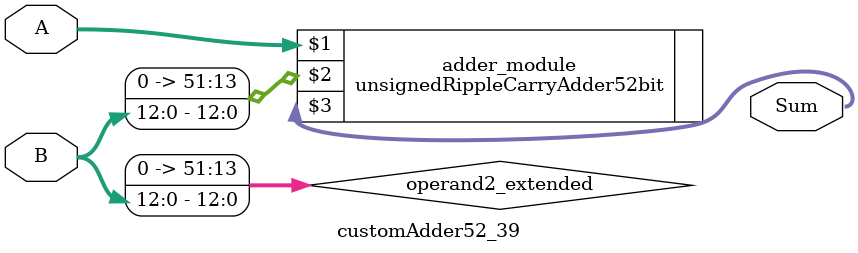
<source format=v>
module customAdder52_39(
                        input [51 : 0] A,
                        input [12 : 0] B,
                        
                        output [52 : 0] Sum
                );

        wire [51 : 0] operand2_extended;
        
        assign operand2_extended =  {39'b0, B};
        
        unsignedRippleCarryAdder52bit adder_module(
            A,
            operand2_extended,
            Sum
        );
        
        endmodule
        
</source>
